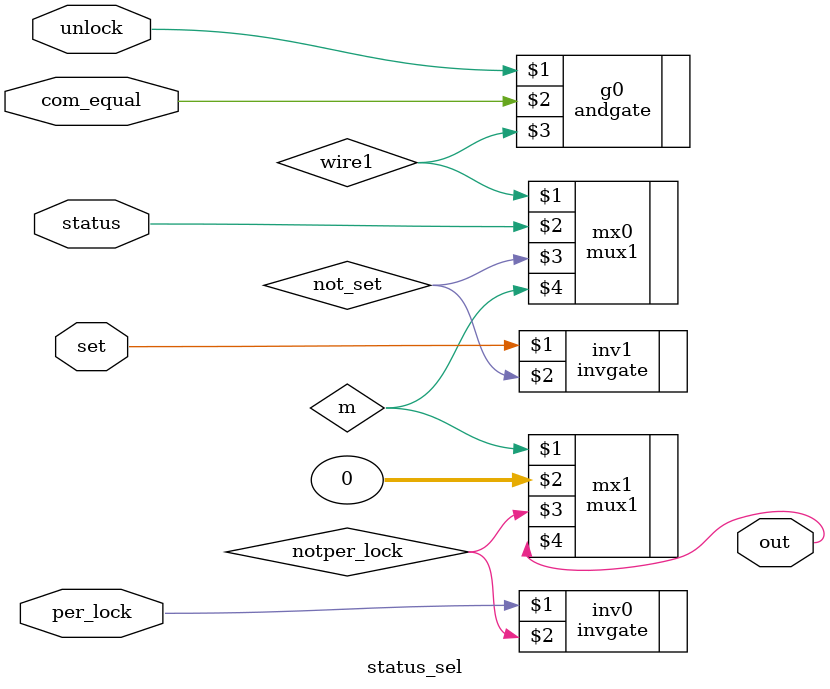
<source format=v>
module status_sel(per_lock,com_equal,set,unlock,status,out);
input per_lock,com_equal,set,unlock,status;
output out;


invgate inv0(per_lock,notper_lock);
invgate inv1(set,not_set);

andgate g0(unlock,com_equal,wire1);

mux1 mx0(wire1,status,not_set,m);
mux1 mx1(m, 0,notper_lock ,out);

endmodule 
</source>
